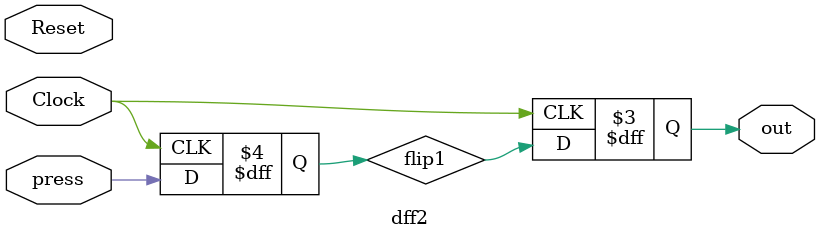
<source format=sv>
module dff2 (Clock, Reset, press, out);
	input logic Clock, Reset;
	input logic press;
	output logic out;
	
	logic flip1;
	
	// first flip flop 
	always_ff @(posedge Clock) begin
		flip1 <= press;
	end
	
	// output from the second dq flip flop to not have metastability 
	always_ff @(posedge Clock) begin
		out <= flip1;
	end
		
endmodule 
</source>
